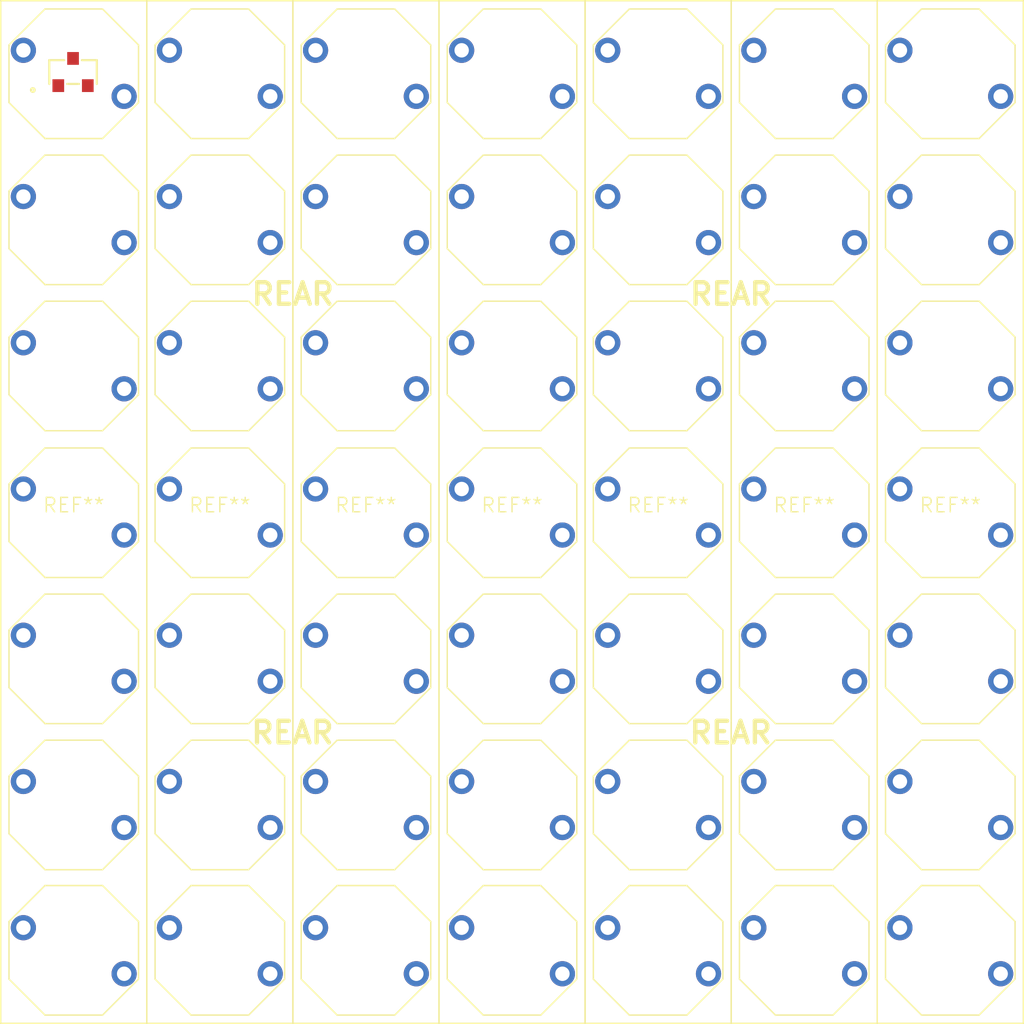
<source format=kicad_pcb>
(kicad_pcb (version 20240108) (generator "pcbnew") (generator_version "8.0")
  (layers (0 "F.Cu" signal) (31 "B.Cu" signal) (34 "B.Paste" user) (35 "F.Paste" user) (36 "B.SilkS" user "B.Silkscreen") (37 "F.SilkS" user "F.Silkscreen") (38 "B.Mask" user) (39 "F.Mask" user) (44 "Edge.Cuts" user))
  (net 0 "")
  (footprint "FDA:1x7 flipdots REAR" (layer "F.Cu") (at 125.175 92.42)
    (property "Reference" "REF**" (at 0 -0.5 0) (layer "F.SilkS") (effects (font (thickness 0.1))))
    (property "Value" "1x7 array")
    (fp_line (start -4.5 -32.475) (end -2 -34.975) (stroke (width 0.1)) (layer "F.SilkS"))
    (fp_line (start -4.5 -28.475) (end -4.5 -32.475) (stroke (width 0.1)) (layer "F.SilkS"))
    (fp_line (start -4.5 -22.325) (end -2 -24.825) (stroke (width 0.1)) (layer "F.SilkS"))
    (fp_line (start -4.5 -18.325) (end -4.5 -22.325) (stroke (width 0.1)) (layer "F.SilkS"))
    (fp_line (start -4.5 -12.175) (end -2 -14.675) (stroke (width 0.1)) (layer "F.SilkS"))
    (fp_line (start -4.5 -8.175) (end -4.5 -12.175) (stroke (width 0.1)) (layer "F.SilkS"))
    (fp_line (start -4.5 -1.975) (end -2 -4.475) (stroke (width 0.1)) (layer "F.SilkS"))
    (fp_line (start -4.5 2.025) (end -4.5 -1.975) (stroke (width 0.1)) (layer "F.SilkS"))
    (fp_line (start -4.5 8.175) (end -2 5.675) (stroke (width 0.1)) (layer "F.SilkS"))
    (fp_line (start -4.5 12.175) (end -4.5 8.175) (stroke (width 0.1)) (layer "F.SilkS"))
    (fp_line (start -4.5 18.325) (end -2 15.825) (stroke (width 0.1)) (layer "F.SilkS"))
    (fp_line (start -4.5 22.325) (end -4.5 18.325) (stroke (width 0.1)) (layer "F.SilkS"))
    (fp_line (start -4.5 28.425) (end -2 25.925) (stroke (width 0.1)) (layer "F.SilkS"))
    (fp_line (start -4.5 32.425) (end -4.5 28.425) (stroke (width 0.1)) (layer "F.SilkS"))
    (fp_line (start -2 -34.975) (end 2 -34.975) (stroke (width 0.1)) (layer "F.SilkS"))
    (fp_line (start -2 -25.975) (end -4.5 -28.475) (stroke (width 0.1)) (layer "F.SilkS"))
    (fp_line (start -2 -24.825) (end 2 -24.825) (stroke (width 0.1)) (layer "F.SilkS"))
    (fp_line (start -2 -15.825) (end -4.5 -18.325) (stroke (width 0.1)) (layer "F.SilkS"))
    (fp_line (start -2 -14.675) (end 2 -14.675) (stroke (width 0.1)) (layer "F.SilkS"))
    (fp_line (start -2 -5.675) (end -4.5 -8.175) (stroke (width 0.1)) (layer "F.SilkS"))
    (fp_line (start -2 -4.475) (end 2 -4.475) (stroke (width 0.1)) (layer "F.SilkS"))
    (fp_line (start -2 4.525) (end -4.5 2.025) (stroke (width 0.1)) (layer "F.SilkS"))
    (fp_line (start -2 5.675) (end 2 5.675) (stroke (width 0.1)) (layer "F.SilkS"))
    (fp_line (start -2 14.675) (end -4.5 12.175) (stroke (width 0.1)) (layer "F.SilkS"))
    (fp_line (start -2 15.825) (end 2 15.825) (stroke (width 0.1)) (layer "F.SilkS"))
    (fp_line (start -2 24.825) (end -4.5 22.325) (stroke (width 0.1)) (layer "F.SilkS"))
    (fp_line (start -2 25.925) (end 2 25.925) (stroke (width 0.1)) (layer "F.SilkS"))
    (fp_line (start -2 34.925) (end -4.5 32.425) (stroke (width 0.1)) (layer "F.SilkS"))
    (fp_line (start 2 -34.975) (end 4.5 -32.475) (stroke (width 0.1)) (layer "F.SilkS"))
    (fp_line (start 2 -25.975) (end -2 -25.975) (stroke (width 0.1)) (layer "F.SilkS"))
    (fp_line (start 2 -24.825) (end 4.5 -22.325) (stroke (width 0.1)) (layer "F.SilkS"))
    (fp_line (start 2 -15.825) (end -2 -15.825) (stroke (width 0.1)) (layer "F.SilkS"))
    (fp_line (start 2 -14.675) (end 4.5 -12.175) (stroke (width 0.1)) (layer "F.SilkS"))
    (fp_line (start 2 -5.675) (end -2 -5.675) (stroke (width 0.1)) (layer "F.SilkS"))
    (fp_line (start 2 -4.475) (end 4.5 -1.975) (stroke (width 0.1)) (layer "F.SilkS"))
    (fp_line (start 2 4.525) (end -2 4.525) (stroke (width 0.1)) (layer "F.SilkS"))
    (fp_line (start 2 5.675) (end 4.5 8.175) (stroke (width 0.1)) (layer "F.SilkS"))
    (fp_line (start 2 14.675) (end -2 14.675) (stroke (width 0.1)) (layer "F.SilkS"))
    (fp_line (start 2 15.825) (end 4.5 18.325) (stroke (width 0.1)) (layer "F.SilkS"))
    (fp_line (start 2 24.825) (end -2 24.825) (stroke (width 0.1)) (layer "F.SilkS"))
    (fp_line (start 2 25.925) (end 4.5 28.425) (stroke (width 0.1)) (layer "F.SilkS"))
    (fp_line (start 2 34.925) (end -2 34.925) (stroke (width 0.1)) (layer "F.SilkS"))
    (fp_line (start 4.5 -32.475) (end 4.5 -28.475) (stroke (width 0.1)) (layer "F.SilkS"))
    (fp_line (start 4.5 -28.475) (end 2 -25.975) (stroke (width 0.1)) (layer "F.SilkS"))
    (fp_line (start 4.5 -22.325) (end 4.5 -18.325) (stroke (width 0.1)) (layer "F.SilkS"))
    (fp_line (start 4.5 -18.325) (end 2 -15.825) (stroke (width 0.1)) (layer "F.SilkS"))
    (fp_line (start 4.5 -12.175) (end 4.5 -8.175) (stroke (width 0.1)) (layer "F.SilkS"))
    (fp_line (start 4.5 -8.175) (end 2 -5.675) (stroke (width 0.1)) (layer "F.SilkS"))
    (fp_line (start 4.5 -1.975) (end 4.5 2.025) (stroke (width 0.1)) (layer "F.SilkS"))
    (fp_line (start 4.5 2.025) (end 2 4.525) (stroke (width 0.1)) (layer "F.SilkS"))
    (fp_line (start 4.5 8.175) (end 4.5 12.175) (stroke (width 0.1)) (layer "F.SilkS"))
    (fp_line (start 4.5 12.175) (end 2 14.675) (stroke (width 0.1)) (layer "F.SilkS"))
    (fp_line (start 4.5 18.325) (end 4.5 22.325) (stroke (width 0.1)) (layer "F.SilkS"))
    (fp_line (start 4.5 22.325) (end 2 24.825) (stroke (width 0.1)) (layer "F.SilkS"))
    (fp_line (start 4.5 28.425) (end 4.5 32.425) (stroke (width 0.1)) (layer "F.SilkS"))
    (fp_line (start 4.5 32.425) (end 2 34.925) (stroke (width 0.1)) (layer "F.SilkS"))
    (fp_rect (start 5.075 -35.55) (end -5.075 35.5) (stroke (width 0.1)) (fill none) (layer "F.SilkS"))
    (pad "1-UA" thru_hole circle (at -3.5 -32.105 90) (size 1.75 1.75) (drill 1) (layers "*.Cu" "*.Mask"))
    (pad "1-UB" thru_hole circle (at -3.5 -21.945 90) (size 1.75 1.75) (drill 1) (layers "*.Cu" "*.Mask"))
    (pad "1-UC" thru_hole circle (at -3.5 -11.785 90) (size 1.75 1.75) (drill 1) (layers "*.Cu" "*.Mask"))
    (pad "1-UD" thru_hole circle (at -3.5 -1.625 90) (size 1.75 1.75) (drill 1) (layers "*.Cu" "*.Mask"))
    (pad "1-UE" thru_hole circle (at -3.5 8.535 90) (size 1.75 1.75) (drill 1) (layers "*.Cu" "*.Mask"))
    (pad "1-UF" thru_hole circle (at -3.5 18.695 90) (size 1.75 1.75) (drill 1) (layers "*.Cu" "*.Mask"))
    (pad "1-UG" thru_hole circle (at -3.5 28.855 90) (size 1.75 1.75) (drill 1) (layers "*.Cu" "*.Mask"))
    (pad "2-UA" thru_hole circle (at 3.5 -28.905 90) (size 1.75 1.75) (drill 1) (layers "*.Cu" "*.Mask"))
    (pad "2-UB" thru_hole circle (at 3.5 -18.745 90) (size 1.75 1.75) (drill 1) (layers "*.Cu" "*.Mask"))
    (pad "2-UC" thru_hole circle (at 3.5 -8.585 90) (size 1.75 1.75) (drill 1) (layers "*.Cu" "*.Mask"))
    (pad "2-UD" thru_hole circle (at 3.5 1.575 90) (size 1.75 1.75) (drill 1) (layers "*.Cu" "*.Mask"))
    (pad "2-UE" thru_hole circle (at 3.5 11.735 90) (size 1.75 1.75) (drill 1) (layers "*.Cu" "*.Mask"))
    (pad "2-UF" thru_hole circle (at 3.5 21.895 90) (size 1.75 1.75) (drill 1) (layers "*.Cu" "*.Mask"))
    (pad "2-UG" thru_hole circle (at 3.5 32.055 90) (size 1.75 1.75) (drill 1) (layers "*.Cu" "*.Mask"))
  )
  (footprint "FDA:1x7 flipdots REAR" (layer "F.Cu") (at 94.725 92.42)
    (property "Reference" "REF**" (at 0 -0.5 0) (layer "F.SilkS") (effects (font (thickness 0.1))))
    (property "Value" "1x7 array")
    (fp_line (start -4.5 -32.475) (end -2 -34.975) (stroke (width 0.1)) (layer "F.SilkS"))
    (fp_line (start -4.5 -28.475) (end -4.5 -32.475) (stroke (width 0.1)) (layer "F.SilkS"))
    (fp_line (start -4.5 -22.325) (end -2 -24.825) (stroke (width 0.1)) (layer "F.SilkS"))
    (fp_line (start -4.5 -18.325) (end -4.5 -22.325) (stroke (width 0.1)) (layer "F.SilkS"))
    (fp_line (start -4.5 -12.175) (end -2 -14.675) (stroke (width 0.1)) (layer "F.SilkS"))
    (fp_line (start -4.5 -8.175) (end -4.5 -12.175) (stroke (width 0.1)) (layer "F.SilkS"))
    (fp_line (start -4.5 -1.975) (end -2 -4.475) (stroke (width 0.1)) (layer "F.SilkS"))
    (fp_line (start -4.5 2.025) (end -4.5 -1.975) (stroke (width 0.1)) (layer "F.SilkS"))
    (fp_line (start -4.5 8.175) (end -2 5.675) (stroke (width 0.1)) (layer "F.SilkS"))
    (fp_line (start -4.5 12.175) (end -4.5 8.175) (stroke (width 0.1)) (layer "F.SilkS"))
    (fp_line (start -4.5 18.325) (end -2 15.825) (stroke (width 0.1)) (layer "F.SilkS"))
    (fp_line (start -4.5 22.325) (end -4.5 18.325) (stroke (width 0.1)) (layer "F.SilkS"))
    (fp_line (start -4.5 28.425) (end -2 25.925) (stroke (width 0.1)) (layer "F.SilkS"))
    (fp_line (start -4.5 32.425) (end -4.5 28.425) (stroke (width 0.1)) (layer "F.SilkS"))
    (fp_line (start -2 -34.975) (end 2 -34.975) (stroke (width 0.1)) (layer "F.SilkS"))
    (fp_line (start -2 -25.975) (end -4.5 -28.475) (stroke (width 0.1)) (layer "F.SilkS"))
    (fp_line (start -2 -24.825) (end 2 -24.825) (stroke (width 0.1)) (layer "F.SilkS"))
    (fp_line (start -2 -15.825) (end -4.5 -18.325) (stroke (width 0.1)) (layer "F.SilkS"))
    (fp_line (start -2 -14.675) (end 2 -14.675) (stroke (width 0.1)) (layer "F.SilkS"))
    (fp_line (start -2 -5.675) (end -4.5 -8.175) (stroke (width 0.1)) (layer "F.SilkS"))
    (fp_line (start -2 -4.475) (end 2 -4.475) (stroke (width 0.1)) (layer "F.SilkS"))
    (fp_line (start -2 4.525) (end -4.5 2.025) (stroke (width 0.1)) (layer "F.SilkS"))
    (fp_line (start -2 5.675) (end 2 5.675) (stroke (width 0.1)) (layer "F.SilkS"))
    (fp_line (start -2 14.675) (end -4.5 12.175) (stroke (width 0.1)) (layer "F.SilkS"))
    (fp_line (start -2 15.825) (end 2 15.825) (stroke (width 0.1)) (layer "F.SilkS"))
    (fp_line (start -2 24.825) (end -4.5 22.325) (stroke (width 0.1)) (layer "F.SilkS"))
    (fp_line (start -2 25.925) (end 2 25.925) (stroke (width 0.1)) (layer "F.SilkS"))
    (fp_line (start -2 34.925) (end -4.5 32.425) (stroke (width 0.1)) (layer "F.SilkS"))
    (fp_line (start 2 -34.975) (end 4.5 -32.475) (stroke (width 0.1)) (layer "F.SilkS"))
    (fp_line (start 2 -25.975) (end -2 -25.975) (stroke (width 0.1)) (layer "F.SilkS"))
    (fp_line (start 2 -24.825) (end 4.5 -22.325) (stroke (width 0.1)) (layer "F.SilkS"))
    (fp_line (start 2 -15.825) (end -2 -15.825) (stroke (width 0.1)) (layer "F.SilkS"))
    (fp_line (start 2 -14.675) (end 4.5 -12.175) (stroke (width 0.1)) (layer "F.SilkS"))
    (fp_line (start 2 -5.675) (end -2 -5.675) (stroke (width 0.1)) (layer "F.SilkS"))
    (fp_line (start 2 -4.475) (end 4.5 -1.975) (stroke (width 0.1)) (layer "F.SilkS"))
    (fp_line (start 2 4.525) (end -2 4.525) (stroke (width 0.1)) (layer "F.SilkS"))
    (fp_line (start 2 5.675) (end 4.5 8.175) (stroke (width 0.1)) (layer "F.SilkS"))
    (fp_line (start 2 14.675) (end -2 14.675) (stroke (width 0.1)) (layer "F.SilkS"))
    (fp_line (start 2 15.825) (end 4.5 18.325) (stroke (width 0.1)) (layer "F.SilkS"))
    (fp_line (start 2 24.825) (end -2 24.825) (stroke (width 0.1)) (layer "F.SilkS"))
    (fp_line (start 2 25.925) (end 4.5 28.425) (stroke (width 0.1)) (layer "F.SilkS"))
    (fp_line (start 2 34.925) (end -2 34.925) (stroke (width 0.1)) (layer "F.SilkS"))
    (fp_line (start 4.5 -32.475) (end 4.5 -28.475) (stroke (width 0.1)) (layer "F.SilkS"))
    (fp_line (start 4.5 -28.475) (end 2 -25.975) (stroke (width 0.1)) (layer "F.SilkS"))
    (fp_line (start 4.5 -22.325) (end 4.5 -18.325) (stroke (width 0.1)) (layer "F.SilkS"))
    (fp_line (start 4.5 -18.325) (end 2 -15.825) (stroke (width 0.1)) (layer "F.SilkS"))
    (fp_line (start 4.5 -12.175) (end 4.5 -8.175) (stroke (width 0.1)) (layer "F.SilkS"))
    (fp_line (start 4.5 -8.175) (end 2 -5.675) (stroke (width 0.1)) (layer "F.SilkS"))
    (fp_line (start 4.5 -1.975) (end 4.5 2.025) (stroke (width 0.1)) (layer "F.SilkS"))
    (fp_line (start 4.5 2.025) (end 2 4.525) (stroke (width 0.1)) (layer "F.SilkS"))
    (fp_line (start 4.5 8.175) (end 4.5 12.175) (stroke (width 0.1)) (layer "F.SilkS"))
    (fp_line (start 4.5 12.175) (end 2 14.675) (stroke (width 0.1)) (layer "F.SilkS"))
    (fp_line (start 4.5 18.325) (end 4.5 22.325) (stroke (width 0.1)) (layer "F.SilkS"))
    (fp_line (start 4.5 22.325) (end 2 24.825) (stroke (width 0.1)) (layer "F.SilkS"))
    (fp_line (start 4.5 28.425) (end 4.5 32.425) (stroke (width 0.1)) (layer "F.SilkS"))
    (fp_line (start 4.5 32.425) (end 2 34.925) (stroke (width 0.1)) (layer "F.SilkS"))
    (fp_rect (start 5.075 -35.55) (end -5.075 35.5) (stroke (width 0.1)) (fill none) (layer "F.SilkS"))
    (pad "1-UA" thru_hole circle (at -3.5 -32.105 90) (size 1.75 1.75) (drill 1) (layers "*.Cu" "*.Mask"))
    (pad "1-UB" thru_hole circle (at -3.5 -21.945 90) (size 1.75 1.75) (drill 1) (layers "*.Cu" "*.Mask"))
    (pad "1-UC" thru_hole circle (at -3.5 -11.785 90) (size 1.75 1.75) (drill 1) (layers "*.Cu" "*.Mask"))
    (pad "1-UD" thru_hole circle (at -3.5 -1.625 90) (size 1.75 1.75) (drill 1) (layers "*.Cu" "*.Mask"))
    (pad "1-UE" thru_hole circle (at -3.5 8.535 90) (size 1.75 1.75) (drill 1) (layers "*.Cu" "*.Mask"))
    (pad "1-UF" thru_hole circle (at -3.5 18.695 90) (size 1.75 1.75) (drill 1) (layers "*.Cu" "*.Mask"))
    (pad "1-UG" thru_hole circle (at -3.5 28.855 90) (size 1.75 1.75) (drill 1) (layers "*.Cu" "*.Mask"))
    (pad "2-UA" thru_hole circle (at 3.5 -28.905 90) (size 1.75 1.75) (drill 1) (layers "*.Cu" "*.Mask"))
    (pad "2-UB" thru_hole circle (at 3.5 -18.745 90) (size 1.75 1.75) (drill 1) (layers "*.Cu" "*.Mask"))
    (pad "2-UC" thru_hole circle (at 3.5 -8.585 90) (size 1.75 1.75) (drill 1) (layers "*.Cu" "*.Mask"))
    (pad "2-UD" thru_hole circle (at 3.5 1.575 90) (size 1.75 1.75) (drill 1) (layers "*.Cu" "*.Mask"))
    (pad "2-UE" thru_hole circle (at 3.5 11.735 90) (size 1.75 1.75) (drill 1) (layers "*.Cu" "*.Mask"))
    (pad "2-UF" thru_hole circle (at 3.5 21.895 90) (size 1.75 1.75) (drill 1) (layers "*.Cu" "*.Mask"))
    (pad "2-UG" thru_hole circle (at 3.5 32.055 90) (size 1.75 1.75) (drill 1) (layers "*.Cu" "*.Mask"))
  )
  (footprint "FDA:1x7 flipdots REAR" (layer "F.Cu") (at 104.875 92.42)
    (property "Reference" "REF**" (at 0 -0.5 0) (layer "F.SilkS") (effects (font (thickness 0.1))))
    (property "Value" "1x7 array")
    (fp_line (start -4.5 -32.475) (end -2 -34.975) (stroke (width 0.1)) (layer "F.SilkS"))
    (fp_line (start -4.5 -28.475) (end -4.5 -32.475) (stroke (width 0.1)) (layer "F.SilkS"))
    (fp_line (start -4.5 -22.325) (end -2 -24.825) (stroke (width 0.1)) (layer "F.SilkS"))
    (fp_line (start -4.5 -18.325) (end -4.5 -22.325) (stroke (width 0.1)) (layer "F.SilkS"))
    (fp_line (start -4.5 -12.175) (end -2 -14.675) (stroke (width 0.1)) (layer "F.SilkS"))
    (fp_line (start -4.5 -8.175) (end -4.5 -12.175) (stroke (width 0.1)) (layer "F.SilkS"))
    (fp_line (start -4.5 -1.975) (end -2 -4.475) (stroke (width 0.1)) (layer "F.SilkS"))
    (fp_line (start -4.5 2.025) (end -4.5 -1.975) (stroke (width 0.1)) (layer "F.SilkS"))
    (fp_line (start -4.5 8.175) (end -2 5.675) (stroke (width 0.1)) (layer "F.SilkS"))
    (fp_line (start -4.5 12.175) (end -4.5 8.175) (stroke (width 0.1)) (layer "F.SilkS"))
    (fp_line (start -4.5 18.325) (end -2 15.825) (stroke (width 0.1)) (layer "F.SilkS"))
    (fp_line (start -4.5 22.325) (end -4.5 18.325) (stroke (width 0.1)) (layer "F.SilkS"))
    (fp_line (start -4.5 28.425) (end -2 25.925) (stroke (width 0.1)) (layer "F.SilkS"))
    (fp_line (start -4.5 32.425) (end -4.5 28.425) (stroke (width 0.1)) (layer "F.SilkS"))
    (fp_line (start -2 -34.975) (end 2 -34.975) (stroke (width 0.1)) (layer "F.SilkS"))
    (fp_line (start -2 -25.975) (end -4.5 -28.475) (stroke (width 0.1)) (layer "F.SilkS"))
    (fp_line (start -2 -24.825) (end 2 -24.825) (stroke (width 0.1)) (layer "F.SilkS"))
    (fp_line (start -2 -15.825) (end -4.5 -18.325) (stroke (width 0.1)) (layer "F.SilkS"))
    (fp_line (start -2 -14.675) (end 2 -14.675) (stroke (width 0.1)) (layer "F.SilkS"))
    (fp_line (start -2 -5.675) (end -4.5 -8.175) (stroke (width 0.1)) (layer "F.SilkS"))
    (fp_line (start -2 -4.475) (end 2 -4.475) (stroke (width 0.1)) (layer "F.SilkS"))
    (fp_line (start -2 4.525) (end -4.5 2.025) (stroke (width 0.1)) (layer "F.SilkS"))
    (fp_line (start -2 5.675) (end 2 5.675) (stroke (width 0.1)) (layer "F.SilkS"))
    (fp_line (start -2 14.675) (end -4.5 12.175) (stroke (width 0.1)) (layer "F.SilkS"))
    (fp_line (start -2 15.825) (end 2 15.825) (stroke (width 0.1)) (layer "F.SilkS"))
    (fp_line (start -2 24.825) (end -4.5 22.325) (stroke (width 0.1)) (layer "F.SilkS"))
    (fp_line (start -2 25.925) (end 2 25.925) (stroke (width 0.1)) (layer "F.SilkS"))
    (fp_line (start -2 34.925) (end -4.5 32.425) (stroke (width 0.1)) (layer "F.SilkS"))
    (fp_line (start 2 -34.975) (end 4.5 -32.475) (stroke (width 0.1)) (layer "F.SilkS"))
    (fp_line (start 2 -25.975) (end -2 -25.975) (stroke (width 0.1)) (layer "F.SilkS"))
    (fp_line (start 2 -24.825) (end 4.5 -22.325) (stroke (width 0.1)) (layer "F.SilkS"))
    (fp_line (start 2 -15.825) (end -2 -15.825) (stroke (width 0.1)) (layer "F.SilkS"))
    (fp_line (start 2 -14.675) (end 4.5 -12.175) (stroke (width 0.1)) (layer "F.SilkS"))
    (fp_line (start 2 -5.675) (end -2 -5.675) (stroke (width 0.1)) (layer "F.SilkS"))
    (fp_line (start 2 -4.475) (end 4.5 -1.975) (stroke (width 0.1)) (layer "F.SilkS"))
    (fp_line (start 2 4.525) (end -2 4.525) (stroke (width 0.1)) (layer "F.SilkS"))
    (fp_line (start 2 5.675) (end 4.5 8.175) (stroke (width 0.1)) (layer "F.SilkS"))
    (fp_line (start 2 14.675) (end -2 14.675) (stroke (width 0.1)) (layer "F.SilkS"))
    (fp_line (start 2 15.825) (end 4.5 18.325) (stroke (width 0.1)) (layer "F.SilkS"))
    (fp_line (start 2 24.825) (end -2 24.825) (stroke (width 0.1)) (layer "F.SilkS"))
    (fp_line (start 2 25.925) (end 4.5 28.425) (stroke (width 0.1)) (layer "F.SilkS"))
    (fp_line (start 2 34.925) (end -2 34.925) (stroke (width 0.1)) (layer "F.SilkS"))
    (fp_line (start 4.5 -32.475) (end 4.5 -28.475) (stroke (width 0.1)) (layer "F.SilkS"))
    (fp_line (start 4.5 -28.475) (end 2 -25.975) (stroke (width 0.1)) (layer "F.SilkS"))
    (fp_line (start 4.5 -22.325) (end 4.5 -18.325) (stroke (width 0.1)) (layer "F.SilkS"))
    (fp_line (start 4.5 -18.325) (end 2 -15.825) (stroke (width 0.1)) (layer "F.SilkS"))
    (fp_line (start 4.5 -12.175) (end 4.5 -8.175) (stroke (width 0.1)) (layer "F.SilkS"))
    (fp_line (start 4.5 -8.175) (end 2 -5.675) (stroke (width 0.1)) (layer "F.SilkS"))
    (fp_line (start 4.5 -1.975) (end 4.5 2.025) (stroke (width 0.1)) (layer "F.SilkS"))
    (fp_line (start 4.5 2.025) (end 2 4.525) (stroke (width 0.1)) (layer "F.SilkS"))
    (fp_line (start 4.5 8.175) (end 4.5 12.175) (stroke (width 0.1)) (layer "F.SilkS"))
    (fp_line (start 4.5 12.175) (end 2 14.675) (stroke (width 0.1)) (layer "F.SilkS"))
    (fp_line (start 4.5 18.325) (end 4.5 22.325) (stroke (width 0.1)) (layer "F.SilkS"))
    (fp_line (start 4.5 22.325) (end 2 24.825) (stroke (width 0.1)) (layer "F.SilkS"))
    (fp_line (start 4.5 28.425) (end 4.5 32.425) (stroke (width 0.1)) (layer "F.SilkS"))
    (fp_line (start 4.5 32.425) (end 2 34.925) (stroke (width 0.1)) (layer "F.SilkS"))
    (fp_rect (start 5.075 -35.55) (end -5.075 35.5) (stroke (width 0.1)) (fill none) (layer "F.SilkS"))
    (pad "1-UA" thru_hole circle (at -3.5 -32.105 90) (size 1.75 1.75) (drill 1) (layers "*.Cu" "*.Mask"))
    (pad "1-UB" thru_hole circle (at -3.5 -21.945 90) (size 1.75 1.75) (drill 1) (layers "*.Cu" "*.Mask"))
    (pad "1-UC" thru_hole circle (at -3.5 -11.785 90) (size 1.75 1.75) (drill 1) (layers "*.Cu" "*.Mask"))
    (pad "1-UD" thru_hole circle (at -3.5 -1.625 90) (size 1.75 1.75) (drill 1) (layers "*.Cu" "*.Mask"))
    (pad "1-UE" thru_hole circle (at -3.5 8.535 90) (size 1.75 1.75) (drill 1) (layers "*.Cu" "*.Mask"))
    (pad "1-UF" thru_hole circle (at -3.5 18.695 90) (size 1.75 1.75) (drill 1) (layers "*.Cu" "*.Mask"))
    (pad "1-UG" thru_hole circle (at -3.5 28.855 90) (size 1.75 1.75) (drill 1) (layers "*.Cu" "*.Mask"))
    (pad "2-UA" thru_hole circle (at 3.5 -28.905 90) (size 1.75 1.75) (drill 1) (layers "*.Cu" "*.Mask"))
    (pad "2-UB" thru_hole circle (at 3.5 -18.745 90) (size 1.75 1.75) (drill 1) (layers "*.Cu" "*.Mask"))
    (pad "2-UC" thru_hole circle (at 3.5 -8.585 90) (size 1.75 1.75) (drill 1) (layers "*.Cu" "*.Mask"))
    (pad "2-UD" thru_hole circle (at 3.5 1.575 90) (size 1.75 1.75) (drill 1) (layers "*.Cu" "*.Mask"))
    (pad "2-UE" thru_hole circle (at 3.5 11.735 90) (size 1.75 1.75) (drill 1) (layers "*.Cu" "*.Mask"))
    (pad "2-UF" thru_hole circle (at 3.5 21.895 90) (size 1.75 1.75) (drill 1) (layers "*.Cu" "*.Mask"))
    (pad "2-UG" thru_hole circle (at 3.5 32.055 90) (size 1.75 1.75) (drill 1) (layers "*.Cu" "*.Mask"))
  )
  (footprint "FDA:1x7 flipdots REAR" (layer "F.Cu") (at 155.625 92.42)
    (property "Reference" "REF**" (at 0 -0.5 0) (layer "F.SilkS") (effects (font (thickness 0.1))))
    (property "Value" "1x7 array")
    (fp_line (start -4.5 -32.475) (end -2 -34.975) (stroke (width 0.1)) (layer "F.SilkS"))
    (fp_line (start -4.5 -28.475) (end -4.5 -32.475) (stroke (width 0.1)) (layer "F.SilkS"))
    (fp_line (start -4.5 -22.325) (end -2 -24.825) (stroke (width 0.1)) (layer "F.SilkS"))
    (fp_line (start -4.5 -18.325) (end -4.5 -22.325) (stroke (width 0.1)) (layer "F.SilkS"))
    (fp_line (start -4.5 -12.175) (end -2 -14.675) (stroke (width 0.1)) (layer "F.SilkS"))
    (fp_line (start -4.5 -8.175) (end -4.5 -12.175) (stroke (width 0.1)) (layer "F.SilkS"))
    (fp_line (start -4.5 -1.975) (end -2 -4.475) (stroke (width 0.1)) (layer "F.SilkS"))
    (fp_line (start -4.5 2.025) (end -4.5 -1.975) (stroke (width 0.1)) (layer "F.SilkS"))
    (fp_line (start -4.5 8.175) (end -2 5.675) (stroke (width 0.1)) (layer "F.SilkS"))
    (fp_line (start -4.5 12.175) (end -4.5 8.175) (stroke (width 0.1)) (layer "F.SilkS"))
    (fp_line (start -4.5 18.325) (end -2 15.825) (stroke (width 0.1)) (layer "F.SilkS"))
    (fp_line (start -4.5 22.325) (end -4.5 18.325) (stroke (width 0.1)) (layer "F.SilkS"))
    (fp_line (start -4.5 28.425) (end -2 25.925) (stroke (width 0.1)) (layer "F.SilkS"))
    (fp_line (start -4.5 32.425) (end -4.5 28.425) (stroke (width 0.1)) (layer "F.SilkS"))
    (fp_line (start -2 -34.975) (end 2 -34.975) (stroke (width 0.1)) (layer "F.SilkS"))
    (fp_line (start -2 -25.975) (end -4.5 -28.475) (stroke (width 0.1)) (layer "F.SilkS"))
    (fp_line (start -2 -24.825) (end 2 -24.825) (stroke (width 0.1)) (layer "F.SilkS"))
    (fp_line (start -2 -15.825) (end -4.5 -18.325) (stroke (width 0.1)) (layer "F.SilkS"))
    (fp_line (start -2 -14.675) (end 2 -14.675) (stroke (width 0.1)) (layer "F.SilkS"))
    (fp_line (start -2 -5.675) (end -4.5 -8.175) (stroke (width 0.1)) (layer "F.SilkS"))
    (fp_line (start -2 -4.475) (end 2 -4.475) (stroke (width 0.1)) (layer "F.SilkS"))
    (fp_line (start -2 4.525) (end -4.5 2.025) (stroke (width 0.1)) (layer "F.SilkS"))
    (fp_line (start -2 5.675) (end 2 5.675) (stroke (width 0.1)) (layer "F.SilkS"))
    (fp_line (start -2 14.675) (end -4.5 12.175) (stroke (width 0.1)) (layer "F.SilkS"))
    (fp_line (start -2 15.825) (end 2 15.825) (stroke (width 0.1)) (layer "F.SilkS"))
    (fp_line (start -2 24.825) (end -4.5 22.325) (stroke (width 0.1)) (layer "F.SilkS"))
    (fp_line (start -2 25.925) (end 2 25.925) (stroke (width 0.1)) (layer "F.SilkS"))
    (fp_line (start -2 34.925) (end -4.5 32.425) (stroke (width 0.1)) (layer "F.SilkS"))
    (fp_line (start 2 -34.975) (end 4.5 -32.475) (stroke (width 0.1)) (layer "F.SilkS"))
    (fp_line (start 2 -25.975) (end -2 -25.975) (stroke (width 0.1)) (layer "F.SilkS"))
    (fp_line (start 2 -24.825) (end 4.5 -22.325) (stroke (width 0.1)) (layer "F.SilkS"))
    (fp_line (start 2 -15.825) (end -2 -15.825) (stroke (width 0.1)) (layer "F.SilkS"))
    (fp_line (start 2 -14.675) (end 4.5 -12.175) (stroke (width 0.1)) (layer "F.SilkS"))
    (fp_line (start 2 -5.675) (end -2 -5.675) (stroke (width 0.1)) (layer "F.SilkS"))
    (fp_line (start 2 -4.475) (end 4.5 -1.975) (stroke (width 0.1)) (layer "F.SilkS"))
    (fp_line (start 2 4.525) (end -2 4.525) (stroke (width 0.1)) (layer "F.SilkS"))
    (fp_line (start 2 5.675) (end 4.5 8.175) (stroke (width 0.1)) (layer "F.SilkS"))
    (fp_line (start 2 14.675) (end -2 14.675) (stroke (width 0.1)) (layer "F.SilkS"))
    (fp_line (start 2 15.825) (end 4.5 18.325) (stroke (width 0.1)) (layer "F.SilkS"))
    (fp_line (start 2 24.825) (end -2 24.825) (stroke (width 0.1)) (layer "F.SilkS"))
    (fp_line (start 2 25.925) (end 4.5 28.425) (stroke (width 0.1)) (layer "F.SilkS"))
    (fp_line (start 2 34.925) (end -2 34.925) (stroke (width 0.1)) (layer "F.SilkS"))
    (fp_line (start 4.5 -32.475) (end 4.5 -28.475) (stroke (width 0.1)) (layer "F.SilkS"))
    (fp_line (start 4.5 -28.475) (end 2 -25.975) (stroke (width 0.1)) (layer "F.SilkS"))
    (fp_line (start 4.5 -22.325) (end 4.5 -18.325) (stroke (width 0.1)) (layer "F.SilkS"))
    (fp_line (start 4.5 -18.325) (end 2 -15.825) (stroke (width 0.1)) (layer "F.SilkS"))
    (fp_line (start 4.5 -12.175) (end 4.5 -8.175) (stroke (width 0.1)) (layer "F.SilkS"))
    (fp_line (start 4.5 -8.175) (end 2 -5.675) (stroke (width 0.1)) (layer "F.SilkS"))
    (fp_line (start 4.5 -1.975) (end 4.5 2.025) (stroke (width 0.1)) (layer "F.SilkS"))
    (fp_line (start 4.5 2.025) (end 2 4.525) (stroke (width 0.1)) (layer "F.SilkS"))
    (fp_line (start 4.5 8.175) (end 4.5 12.175) (stroke (width 0.1)) (layer "F.SilkS"))
    (fp_line (start 4.5 12.175) (end 2 14.675) (stroke (width 0.1)) (layer "F.SilkS"))
    (fp_line (start 4.5 18.325) (end 4.5 22.325) (stroke (width 0.1)) (layer "F.SilkS"))
    (fp_line (start 4.5 22.325) (end 2 24.825) (stroke (width 0.1)) (layer "F.SilkS"))
    (fp_line (start 4.5 28.425) (end 4.5 32.425) (stroke (width 0.1)) (layer "F.SilkS"))
    (fp_line (start 4.5 32.425) (end 2 34.925) (stroke (width 0.1)) (layer "F.SilkS"))
    (fp_rect (start 5.075 -35.55) (end -5.075 35.5) (stroke (width 0.1)) (fill none) (layer "F.SilkS"))
    (pad "1-UA" thru_hole circle (at -3.5 -32.105 90) (size 1.75 1.75) (drill 1) (layers "*.Cu" "*.Mask"))
    (pad "1-UB" thru_hole circle (at -3.5 -21.945 90) (size 1.75 1.75) (drill 1) (layers "*.Cu" "*.Mask"))
    (pad "1-UC" thru_hole circle (at -3.5 -11.785 90) (size 1.75 1.75) (drill 1) (layers "*.Cu" "*.Mask"))
    (pad "1-UD" thru_hole circle (at -3.5 -1.625 90) (size 1.75 1.75) (drill 1) (layers "*.Cu" "*.Mask"))
    (pad "1-UE" thru_hole circle (at -3.5 8.535 90) (size 1.75 1.75) (drill 1) (layers "*.Cu" "*.Mask"))
    (pad "1-UF" thru_hole circle (at -3.5 18.695 90) (size 1.75 1.75) (drill 1) (layers "*.Cu" "*.Mask"))
    (pad "1-UG" thru_hole circle (at -3.5 28.855 90) (size 1.75 1.75) (drill 1) (layers "*.Cu" "*.Mask"))
    (pad "2-UA" thru_hole circle (at 3.5 -28.905 90) (size 1.75 1.75) (drill 1) (layers "*.Cu" "*.Mask"))
    (pad "2-UB" thru_hole circle (at 3.5 -18.745 90) (size 1.75 1.75) (drill 1) (layers "*.Cu" "*.Mask"))
    (pad "2-UC" thru_hole circle (at 3.5 -8.585 90) (size 1.75 1.75) (drill 1) (layers "*.Cu" "*.Mask"))
    (pad "2-UD" thru_hole circle (at 3.5 1.575 90) (size 1.75 1.75) (drill 1) (layers "*.Cu" "*.Mask"))
    (pad "2-UE" thru_hole circle (at 3.5 11.735 90) (size 1.75 1.75) (drill 1) (layers "*.Cu" "*.Mask"))
    (pad "2-UF" thru_hole circle (at 3.5 21.895 90) (size 1.75 1.75) (drill 1) (layers "*.Cu" "*.Mask"))
    (pad "2-UG" thru_hole circle (at 3.5 32.055 90) (size 1.75 1.75) (drill 1) (layers "*.Cu" "*.Mask"))
  )
  (footprint "FDA:1x7 flipdots REAR" (layer "F.Cu") (at 145.475 92.42)
    (property "Reference" "REF**" (at 0 -0.5 0) (layer "F.SilkS") (effects (font (thickness 0.1))))
    (property "Value" "1x7 array")
    (fp_line (start -4.5 -32.475) (end -2 -34.975) (stroke (width 0.1)) (layer "F.SilkS"))
    (fp_line (start -4.5 -28.475) (end -4.5 -32.475) (stroke (width 0.1)) (layer "F.SilkS"))
    (fp_line (start -4.5 -22.325) (end -2 -24.825) (stroke (width 0.1)) (layer "F.SilkS"))
    (fp_line (start -4.5 -18.325) (end -4.5 -22.325) (stroke (width 0.1)) (layer "F.SilkS"))
    (fp_line (start -4.5 -12.175) (end -2 -14.675) (stroke (width 0.1)) (layer "F.SilkS"))
    (fp_line (start -4.5 -8.175) (end -4.5 -12.175) (stroke (width 0.1)) (layer "F.SilkS"))
    (fp_line (start -4.5 -1.975) (end -2 -4.475) (stroke (width 0.1)) (layer "F.SilkS"))
    (fp_line (start -4.5 2.025) (end -4.5 -1.975) (stroke (width 0.1)) (layer "F.SilkS"))
    (fp_line (start -4.5 8.175) (end -2 5.675) (stroke (width 0.1)) (layer "F.SilkS"))
    (fp_line (start -4.5 12.175) (end -4.5 8.175) (stroke (width 0.1)) (layer "F.SilkS"))
    (fp_line (start -4.5 18.325) (end -2 15.825) (stroke (width 0.1)) (layer "F.SilkS"))
    (fp_line (start -4.5 22.325) (end -4.5 18.325) (stroke (width 0.1)) (layer "F.SilkS"))
    (fp_line (start -4.5 28.425) (end -2 25.925) (stroke (width 0.1)) (layer "F.SilkS"))
    (fp_line (start -4.5 32.425) (end -4.5 28.425) (stroke (width 0.1)) (layer "F.SilkS"))
    (fp_line (start -2 -34.975) (end 2 -34.975) (stroke (width 0.1)) (layer "F.SilkS"))
    (fp_line (start -2 -25.975) (end -4.5 -28.475) (stroke (width 0.1)) (layer "F.SilkS"))
    (fp_line (start -2 -24.825) (end 2 -24.825) (stroke (width 0.1)) (layer "F.SilkS"))
    (fp_line (start -2 -15.825) (end -4.5 -18.325) (stroke (width 0.1)) (layer "F.SilkS"))
    (fp_line (start -2 -14.675) (end 2 -14.675) (stroke (width 0.1)) (layer "F.SilkS"))
    (fp_line (start -2 -5.675) (end -4.5 -8.175) (stroke (width 0.1)) (layer "F.SilkS"))
    (fp_line (start -2 -4.475) (end 2 -4.475) (stroke (width 0.1)) (layer "F.SilkS"))
    (fp_line (start -2 4.525) (end -4.5 2.025) (stroke (width 0.1)) (layer "F.SilkS"))
    (fp_line (start -2 5.675) (end 2 5.675) (stroke (width 0.1)) (layer "F.SilkS"))
    (fp_line (start -2 14.675) (end -4.5 12.175) (stroke (width 0.1)) (layer "F.SilkS"))
    (fp_line (start -2 15.825) (end 2 15.825) (stroke (width 0.1)) (layer "F.SilkS"))
    (fp_line (start -2 24.825) (end -4.5 22.325) (stroke (width 0.1)) (layer "F.SilkS"))
    (fp_line (start -2 25.925) (end 2 25.925) (stroke (width 0.1)) (layer "F.SilkS"))
    (fp_line (start -2 34.925) (end -4.5 32.425) (stroke (width 0.1)) (layer "F.SilkS"))
    (fp_line (start 2 -34.975) (end 4.5 -32.475) (stroke (width 0.1)) (layer "F.SilkS"))
    (fp_line (start 2 -25.975) (end -2 -25.975) (stroke (width 0.1)) (layer "F.SilkS"))
    (fp_line (start 2 -24.825) (end 4.5 -22.325) (stroke (width 0.1)) (layer "F.SilkS"))
    (fp_line (start 2 -15.825) (end -2 -15.825) (stroke (width 0.1)) (layer "F.SilkS"))
    (fp_line (start 2 -14.675) (end 4.5 -12.175) (stroke (width 0.1)) (layer "F.SilkS"))
    (fp_line (start 2 -5.675) (end -2 -5.675) (stroke (width 0.1)) (layer "F.SilkS"))
    (fp_line (start 2 -4.475) (end 4.5 -1.975) (stroke (width 0.1)) (layer "F.SilkS"))
    (fp_line (start 2 4.525) (end -2 4.525) (stroke (width 0.1)) (layer "F.SilkS"))
    (fp_line (start 2 5.675) (end 4.5 8.175) (stroke (width 0.1)) (layer "F.SilkS"))
    (fp_line (start 2 14.675) (end -2 14.675) (stroke (width 0.1)) (layer "F.SilkS"))
    (fp_line (start 2 15.825) (end 4.5 18.325) (stroke (width 0.1)) (layer "F.SilkS"))
    (fp_line (start 2 24.825) (end -2 24.825) (stroke (width 0.1)) (layer "F.SilkS"))
    (fp_line (start 2 25.925) (end 4.5 28.425) (stroke (width 0.1)) (layer "F.SilkS"))
    (fp_line (start 2 34.925) (end -2 34.925) (stroke (width 0.1)) (layer "F.SilkS"))
    (fp_line (start 4.5 -32.475) (end 4.5 -28.475) (stroke (width 0.1)) (layer "F.SilkS"))
    (fp_line (start 4.5 -28.475) (end 2 -25.975) (stroke (width 0.1)) (layer "F.SilkS"))
    (fp_line (start 4.5 -22.325) (end 4.5 -18.325) (stroke (width 0.1)) (layer "F.SilkS"))
    (fp_line (start 4.5 -18.325) (end 2 -15.825) (stroke (width 0.1)) (layer "F.SilkS"))
    (fp_line (start 4.5 -12.175) (end 4.5 -8.175) (stroke (width 0.1)) (layer "F.SilkS"))
    (fp_line (start 4.5 -8.175) (end 2 -5.675) (stroke (width 0.1)) (layer "F.SilkS"))
    (fp_line (start 4.5 -1.975) (end 4.5 2.025) (stroke (width 0.1)) (layer "F.SilkS"))
    (fp_line (start 4.5 2.025) (end 2 4.525) (stroke (width 0.1)) (layer "F.SilkS"))
    (fp_line (start 4.5 8.175) (end 4.5 12.175) (stroke (width 0.1)) (layer "F.SilkS"))
    (fp_line (start 4.5 12.175) (end 2 14.675) (stroke (width 0.1)) (layer "F.SilkS"))
    (fp_line (start 4.5 18.325) (end 4.5 22.325) (stroke (width 0.1)) (layer "F.SilkS"))
    (fp_line (start 4.5 22.325) (end 2 24.825) (stroke (width 0.1)) (layer "F.SilkS"))
    (fp_line (start 4.5 28.425) (end 4.5 32.425) (stroke (width 0.1)) (layer "F.SilkS"))
    (fp_line (start 4.5 32.425) (end 2 34.925) (stroke (width 0.1)) (layer "F.SilkS"))
    (fp_rect (start 5.075 -35.55) (end -5.075 35.5) (stroke (width 0.1)) (fill none) (layer "F.SilkS"))
    (pad "1-UA" thru_hole circle (at -3.5 -32.105 90) (size 1.75 1.75) (drill 1) (layers "*.Cu" "*.Mask"))
    (pad "1-UB" thru_hole circle (at -3.5 -21.945 90) (size 1.75 1.75) (drill 1) (layers "*.Cu" "*.Mask"))
    (pad "1-UC" thru_hole circle (at -3.5 -11.785 90) (size 1.75 1.75) (drill 1) (layers "*.Cu" "*.Mask"))
    (pad "1-UD" thru_hole circle (at -3.5 -1.625 90) (size 1.75 1.75) (drill 1) (layers "*.Cu" "*.Mask"))
    (pad "1-UE" thru_hole circle (at -3.5 8.535 90) (size 1.75 1.75) (drill 1) (layers "*.Cu" "*.Mask"))
    (pad "1-UF" thru_hole circle (at -3.5 18.695 90) (size 1.75 1.75) (drill 1) (layers "*.Cu" "*.Mask"))
    (pad "1-UG" thru_hole circle (at -3.5 28.855 90) (size 1.75 1.75) (drill 1) (layers "*.Cu" "*.Mask"))
    (pad "2-UA" thru_hole circle (at 3.5 -28.905 90) (size 1.75 1.75) (drill 1) (layers "*.Cu" "*.Mask"))
    (pad "2-UB" thru_hole circle (at 3.5 -18.745 90) (size 1.75 1.75) (drill 1) (layers "*.Cu" "*.Mask"))
    (pad "2-UC" thru_hole circle (at 3.5 -8.585 90) (size 1.75 1.75) (drill 1) (layers "*.Cu" "*.Mask"))
    (pad "2-UD" thru_hole circle (at 3.5 1.575 90) (size 1.75 1.75) (drill 1) (layers "*.Cu" "*.Mask"))
    (pad "2-UE" thru_hole circle (at 3.5 11.735 90) (size 1.75 1.75) (drill 1) (layers "*.Cu" "*.Mask"))
    (pad "2-UF" thru_hole circle (at 3.5 21.895 90) (size 1.75 1.75) (drill 1) (layers "*.Cu" "*.Mask"))
    (pad "2-UG" thru_hole circle (at 3.5 32.055 90) (size 1.75 1.75) (drill 1) (layers "*.Cu" "*.Mask"))
  )
  (footprint "FDA:1x7 flipdots REAR" (layer "F.Cu") (at 135.325 92.42)
    (property "Reference" "REF**" (at 0 -0.5 0) (layer "F.SilkS") (effects (font (thickness 0.1))))
    (property "Value" "1x7 array")
    (fp_line (start -4.5 -32.475) (end -2 -34.975) (stroke (width 0.1)) (layer "F.SilkS"))
    (fp_line (start -4.5 -28.475) (end -4.5 -32.475) (stroke (width 0.1)) (layer "F.SilkS"))
    (fp_line (start -4.5 -22.325) (end -2 -24.825) (stroke (width 0.1)) (layer "F.SilkS"))
    (fp_line (start -4.5 -18.325) (end -4.5 -22.325) (stroke (width 0.1)) (layer "F.SilkS"))
    (fp_line (start -4.5 -12.175) (end -2 -14.675) (stroke (width 0.1)) (layer "F.SilkS"))
    (fp_line (start -4.5 -8.175) (end -4.5 -12.175) (stroke (width 0.1)) (layer "F.SilkS"))
    (fp_line (start -4.5 -1.975) (end -2 -4.475) (stroke (width 0.1)) (layer "F.SilkS"))
    (fp_line (start -4.5 2.025) (end -4.5 -1.975) (stroke (width 0.1)) (layer "F.SilkS"))
    (fp_line (start -4.5 8.175) (end -2 5.675) (stroke (width 0.1)) (layer "F.SilkS"))
    (fp_line (start -4.5 12.175) (end -4.5 8.175) (stroke (width 0.1)) (layer "F.SilkS"))
    (fp_line (start -4.5 18.325) (end -2 15.825) (stroke (width 0.1)) (layer "F.SilkS"))
    (fp_line (start -4.5 22.325) (end -4.5 18.325) (stroke (width 0.1)) (layer "F.SilkS"))
    (fp_line (start -4.5 28.425) (end -2 25.925) (stroke (width 0.1)) (layer "F.SilkS"))
    (fp_line (start -4.5 32.425) (end -4.5 28.425) (stroke (width 0.1)) (layer "F.SilkS"))
    (fp_line (start -2 -34.975) (end 2 -34.975) (stroke (width 0.1)) (layer "F.SilkS"))
    (fp_line (start -2 -25.975) (end -4.5 -28.475) (stroke (width 0.1)) (layer "F.SilkS"))
    (fp_line (start -2 -24.825) (end 2 -24.825) (stroke (width 0.1)) (layer "F.SilkS"))
    (fp_line (start -2 -15.825) (end -4.5 -18.325) (stroke (width 0.1)) (layer "F.SilkS"))
    (fp_line (start -2 -14.675) (end 2 -14.675) (stroke (width 0.1)) (layer "F.SilkS"))
    (fp_line (start -2 -5.675) (end -4.5 -8.175) (stroke (width 0.1)) (layer "F.SilkS"))
    (fp_line (start -2 -4.475) (end 2 -4.475) (stroke (width 0.1)) (layer "F.SilkS"))
    (fp_line (start -2 4.525) (end -4.5 2.025) (stroke (width 0.1)) (layer "F.SilkS"))
    (fp_line (start -2 5.675) (end 2 5.675) (stroke (width 0.1)) (layer "F.SilkS"))
    (fp_line (start -2 14.675) (end -4.5 12.175) (stroke (width 0.1)) (layer "F.SilkS"))
    (fp_line (start -2 15.825) (end 2 15.825) (stroke (width 0.1)) (layer "F.SilkS"))
    (fp_line (start -2 24.825) (end -4.5 22.325) (stroke (width 0.1)) (layer "F.SilkS"))
    (fp_line (start -2 25.925) (end 2 25.925) (stroke (width 0.1)) (layer "F.SilkS"))
    (fp_line (start -2 34.925) (end -4.5 32.425) (stroke (width 0.1)) (layer "F.SilkS"))
    (fp_line (start 2 -34.975) (end 4.5 -32.475) (stroke (width 0.1)) (layer "F.SilkS"))
    (fp_line (start 2 -25.975) (end -2 -25.975) (stroke (width 0.1)) (layer "F.SilkS"))
    (fp_line (start 2 -24.825) (end 4.5 -22.325) (stroke (width 0.1)) (layer "F.SilkS"))
    (fp_line (start 2 -15.825) (end -2 -15.825) (stroke (width 0.1)) (layer "F.SilkS"))
    (fp_line (start 2 -14.675) (end 4.5 -12.175) (stroke (width 0.1)) (layer "F.SilkS"))
    (fp_line (start 2 -5.675) (end -2 -5.675) (stroke (width 0.1)) (layer "F.SilkS"))
    (fp_line (start 2 -4.475) (end 4.5 -1.975) (stroke (width 0.1)) (layer "F.SilkS"))
    (fp_line (start 2 4.525) (end -2 4.525) (stroke (width 0.1)) (layer "F.SilkS"))
    (fp_line (start 2 5.675) (end 4.5 8.175) (stroke (width 0.1)) (layer "F.SilkS"))
    (fp_line (start 2 14.675) (end -2 14.675) (stroke (width 0.1)) (layer "F.SilkS"))
    (fp_line (start 2 15.825) (end 4.5 18.325) (stroke (width 0.1)) (layer "F.SilkS"))
    (fp_line (start 2 24.825) (end -2 24.825) (stroke (width 0.1)) (layer "F.SilkS"))
    (fp_line (start 2 25.925) (end 4.5 28.425) (stroke (width 0.1)) (layer "F.SilkS"))
    (fp_line (start 2 34.925) (end -2 34.925) (stroke (width 0.1)) (layer "F.SilkS"))
    (fp_line (start 4.5 -32.475) (end 4.5 -28.475) (stroke (width 0.1)) (layer "F.SilkS"))
    (fp_line (start 4.5 -28.475) (end 2 -25.975) (stroke (width 0.1)) (layer "F.SilkS"))
    (fp_line (start 4.5 -22.325) (end 4.5 -18.325) (stroke (width 0.1)) (layer "F.SilkS"))
    (fp_line (start 4.5 -18.325) (end 2 -15.825) (stroke (width 0.1)) (layer "F.SilkS"))
    (fp_line (start 4.5 -12.175) (end 4.5 -8.175) (stroke (width 0.1)) (layer "F.SilkS"))
    (fp_line (start 4.5 -8.175) (end 2 -5.675) (stroke (width 0.1)) (layer "F.SilkS"))
    (fp_line (start 4.5 -1.975) (end 4.5 2.025) (stroke (width 0.1)) (layer "F.SilkS"))
    (fp_line (start 4.5 2.025) (end 2 4.525) (stroke (width 0.1)) (layer "F.SilkS"))
    (fp_line (start 4.5 8.175) (end 4.5 12.175) (stroke (width 0.1)) (layer "F.SilkS"))
    (fp_line (start 4.5 12.175) (end 2 14.675) (stroke (width 0.1)) (layer "F.SilkS"))
    (fp_line (start 4.5 18.325) (end 4.5 22.325) (stroke (width 0.1)) (layer "F.SilkS"))
    (fp_line (start 4.5 22.325) (end 2 24.825) (stroke (width 0.1)) (layer "F.SilkS"))
    (fp_line (start 4.5 28.425) (end 4.5 32.425) (stroke (width 0.1)) (layer "F.SilkS"))
    (fp_line (start 4.5 32.425) (end 2 34.925) (stroke (width 0.1)) (layer "F.SilkS"))
    (fp_rect (start 5.075 -35.55) (end -5.075 35.5) (stroke (width 0.1)) (fill none) (layer "F.SilkS"))
    (pad "1-UA" thru_hole circle (at -3.5 -32.105 90) (size 1.75 1.75) (drill 1) (layers "*.Cu" "*.Mask"))
    (pad "1-UB" thru_hole circle (at -3.5 -21.945 90) (size 1.75 1.75) (drill 1) (layers "*.Cu" "*.Mask"))
    (pad "1-UC" thru_hole circle (at -3.5 -11.785 90) (size 1.75 1.75) (drill 1) (layers "*.Cu" "*.Mask"))
    (pad "1-UD" thru_hole circle (at -3.5 -1.625 90) (size 1.75 1.75) (drill 1) (layers "*.Cu" "*.Mask"))
    (pad "1-UE" thru_hole circle (at -3.5 8.535 90) (size 1.75 1.75) (drill 1) (layers "*.Cu" "*.Mask"))
    (pad "1-UF" thru_hole circle (at -3.5 18.695 90) (size 1.75 1.75) (drill 1) (layers "*.Cu" "*.Mask"))
    (pad "1-UG" thru_hole circle (at -3.5 28.855 90) (size 1.75 1.75) (drill 1) (layers "*.Cu" "*.Mask"))
    (pad "2-UA" thru_hole circle (at 3.5 -28.905 90) (size 1.75 1.75) (drill 1) (layers "*.Cu" "*.Mask"))
    (pad "2-UB" thru_hole circle (at 3.5 -18.745 90) (size 1.75 1.75) (drill 1) (layers "*.Cu" "*.Mask"))
    (pad "2-UC" thru_hole circle (at 3.5 -8.585 90) (size 1.75 1.75) (drill 1) (layers "*.Cu" "*.Mask"))
    (pad "2-UD" thru_hole circle (at 3.5 1.575 90) (size 1.75 1.75) (drill 1) (layers "*.Cu" "*.Mask"))
    (pad "2-UE" thru_hole circle (at 3.5 11.735 90) (size 1.75 1.75) (drill 1) (layers "*.Cu" "*.Mask"))
    (pad "2-UF" thru_hole circle (at 3.5 21.895 90) (size 1.75 1.75) (drill 1) (layers "*.Cu" "*.Mask"))
    (pad "2-UG" thru_hole circle (at 3.5 32.055 90) (size 1.75 1.75) (drill 1) (layers "*.Cu" "*.Mask"))
  )
  (footprint "FDA:SOT-23_DIO" (layer "F.Cu") (at 94.675 61.825)
    (property "Reference" "REF**" (hide yes))
    (property "Value" "SOT-23_DIO" (hide yes))
    (fp_line (start -1.652 -0.827) (end -1.652 0.827) (stroke (width 0.1524)) (layer "F.SilkS"))
    (fp_line (start -0.61314 -0.827) (end -1.652 -0.827) (stroke (width 0.1524)) (layer "F.SilkS"))
    (fp_line (start -0.411859 0.827) (end 0.411859 0.827) (stroke (width 0.1524)) (layer "F.SilkS"))
    (fp_line (start 1.652 -0.827) (end 0.61314 -0.827) (stroke (width 0.1524)) (layer "F.SilkS"))
    (fp_line (start 1.652 0.827) (end 1.652 -0.827) (stroke (width 0.1524)) (layer "F.SilkS"))
    (fp_circle (center -2.795 1.25) (end -2.668 1.25) (stroke (width 0.1524)) (fill none) (layer "F.SilkS"))
    (pad "1" smd rect (at -1.024999 0.944999) (size 0.8128 0.889) (layers "F.Cu" "F.Paste" "F.Mask"))
    (pad "2" smd rect (at 1.024999 0.944999) (size 0.8128 0.889) (layers "F.Cu" "F.Paste" "F.Mask"))
    (pad "3" smd rect (at 0 -0.945) (size 0.8128 0.889) (layers "F.Cu" "F.Paste" "F.Mask"))
  )
  (footprint "FDA:1x7 flipdots REAR" (layer "F.Cu") (at 115.025 92.42)
    (property "Reference" "REF**" (at 0 -0.5 0) (layer "F.SilkS") (effects (font (thickness 0.1))))
    (property "Value" "1x7 array")
    (fp_line (start -4.5 -32.475) (end -2 -34.975) (stroke (width 0.1)) (layer "F.SilkS"))
    (fp_line (start -4.5 -28.475) (end -4.5 -32.475) (stroke (width 0.1)) (layer "F.SilkS"))
    (fp_line (start -4.5 -22.325) (end -2 -24.825) (stroke (width 0.1)) (layer "F.SilkS"))
    (fp_line (start -4.5 -18.325) (end -4.5 -22.325) (stroke (width 0.1)) (layer "F.SilkS"))
    (fp_line (start -4.5 -12.175) (end -2 -14.675) (stroke (width 0.1)) (layer "F.SilkS"))
    (fp_line (start -4.5 -8.175) (end -4.5 -12.175) (stroke (width 0.1)) (layer "F.SilkS"))
    (fp_line (start -4.5 -1.975) (end -2 -4.475) (stroke (width 0.1)) (layer "F.SilkS"))
    (fp_line (start -4.5 2.025) (end -4.5 -1.975) (stroke (width 0.1)) (layer "F.SilkS"))
    (fp_line (start -4.5 8.175) (end -2 5.675) (stroke (width 0.1)) (layer "F.SilkS"))
    (fp_line (start -4.5 12.175) (end -4.5 8.175) (stroke (width 0.1)) (layer "F.SilkS"))
    (fp_line (start -4.5 18.325) (end -2 15.825) (stroke (width 0.1)) (layer "F.SilkS"))
    (fp_line (start -4.5 22.325) (end -4.5 18.325) (stroke (width 0.1)) (layer "F.SilkS"))
    (fp_line (start -4.5 28.425) (end -2 25.925) (stroke (width 0.1)) (layer "F.SilkS"))
    (fp_line (start -4.5 32.425) (end -4.5 28.425) (stroke (width 0.1)) (layer "F.SilkS"))
    (fp_line (start -2 -34.975) (end 2 -34.975) (stroke (width 0.1)) (layer "F.SilkS"))
    (fp_line (start -2 -25.975) (end -4.5 -28.475) (stroke (width 0.1)) (layer "F.SilkS"))
    (fp_line (start -2 -24.825) (end 2 -24.825) (stroke (width 0.1)) (layer "F.SilkS"))
    (fp_line (start -2 -15.825) (end -4.5 -18.325) (stroke (width 0.1)) (layer "F.SilkS"))
    (fp_line (start -2 -14.675) (end 2 -14.675) (stroke (width 0.1)) (layer "F.SilkS"))
    (fp_line (start -2 -5.675) (end -4.5 -8.175) (stroke (width 0.1)) (layer "F.SilkS"))
    (fp_line (start -2 -4.475) (end 2 -4.475) (stroke (width 0.1)) (layer "F.SilkS"))
    (fp_line (start -2 4.525) (end -4.5 2.025) (stroke (width 0.1)) (layer "F.SilkS"))
    (fp_line (start -2 5.675) (end 2 5.675) (stroke (width 0.1)) (layer "F.SilkS"))
    (fp_line (start -2 14.675) (end -4.5 12.175) (stroke (width 0.1)) (layer "F.SilkS"))
    (fp_line (start -2 15.825) (end 2 15.825) (stroke (width 0.1)) (layer "F.SilkS"))
    (fp_line (start -2 24.825) (end -4.5 22.325) (stroke (width 0.1)) (layer "F.SilkS"))
    (fp_line (start -2 25.925) (end 2 25.925) (stroke (width 0.1)) (layer "F.SilkS"))
    (fp_line (start -2 34.925) (end -4.5 32.425) (stroke (width 0.1)) (layer "F.SilkS"))
    (fp_line (start 2 -34.975) (end 4.5 -32.475) (stroke (width 0.1)) (layer "F.SilkS"))
    (fp_line (start 2 -25.975) (end -2 -25.975) (stroke (width 0.1)) (layer "F.SilkS"))
    (fp_line (start 2 -24.825) (end 4.5 -22.325) (stroke (width 0.1)) (layer "F.SilkS"))
    (fp_line (start 2 -15.825) (end -2 -15.825) (stroke (width 0.1)) (layer "F.SilkS"))
    (fp_line (start 2 -14.675) (end 4.5 -12.175) (stroke (width 0.1)) (layer "F.SilkS"))
    (fp_line (start 2 -5.675) (end -2 -5.675) (stroke (width 0.1)) (layer "F.SilkS"))
    (fp_line (start 2 -4.475) (end 4.5 -1.975) (stroke (width 0.1)) (layer "F.SilkS"))
    (fp_line (start 2 4.525) (end -2 4.525) (stroke (width 0.1)) (layer "F.SilkS"))
    (fp_line (start 2 5.675) (end 4.5 8.175) (stroke (width 0.1)) (layer "F.SilkS"))
    (fp_line (start 2 14.675) (end -2 14.675) (stroke (width 0.1)) (layer "F.SilkS"))
    (fp_line (start 2 15.825) (end 4.5 18.325) (stroke (width 0.1)) (layer "F.SilkS"))
    (fp_line (start 2 24.825) (end -2 24.825) (stroke (width 0.1)) (layer "F.SilkS"))
    (fp_line (start 2 25.925) (end 4.5 28.425) (stroke (width 0.1)) (layer "F.SilkS"))
    (fp_line (start 2 34.925) (end -2 34.925) (stroke (width 0.1)) (layer "F.SilkS"))
    (fp_line (start 4.5 -32.475) (end 4.5 -28.475) (stroke (width 0.1)) (layer "F.SilkS"))
    (fp_line (start 4.5 -28.475) (end 2 -25.975) (stroke (width 0.1)) (layer "F.SilkS"))
    (fp_line (start 4.5 -22.325) (end 4.5 -18.325) (stroke (width 0.1)) (layer "F.SilkS"))
    (fp_line (start 4.5 -18.325) (end 2 -15.825) (stroke (width 0.1)) (layer "F.SilkS"))
    (fp_line (start 4.5 -12.175) (end 4.5 -8.175) (stroke (width 0.1)) (layer "F.SilkS"))
    (fp_line (start 4.5 -8.175) (end 2 -5.675) (stroke (width 0.1)) (layer "F.SilkS"))
    (fp_line (start 4.5 -1.975) (end 4.5 2.025) (stroke (width 0.1)) (layer "F.SilkS"))
    (fp_line (start 4.5 2.025) (end 2 4.525) (stroke (width 0.1)) (layer "F.SilkS"))
    (fp_line (start 4.5 8.175) (end 4.5 12.175) (stroke (width 0.1)) (layer "F.SilkS"))
    (fp_line (start 4.5 12.175) (end 2 14.675) (stroke (width 0.1)) (layer "F.SilkS"))
    (fp_line (start 4.5 18.325) (end 4.5 22.325) (stroke (width 0.1)) (layer "F.SilkS"))
    (fp_line (start 4.5 22.325) (end 2 24.825) (stroke (width 0.1)) (layer "F.SilkS"))
    (fp_line (start 4.5 28.425) (end 4.5 32.425) (stroke (width 0.1)) (layer "F.SilkS"))
    (fp_line (start 4.5 32.425) (end 2 34.925) (stroke (width 0.1)) (layer "F.SilkS"))
    (fp_rect (start 5.075 -35.55) (end -5.075 35.5) (stroke (width 0.1)) (fill none) (layer "F.SilkS"))
    (pad "1-UA" thru_hole circle (at -3.5 -32.105 90) (size 1.75 1.75) (drill 1) (layers "*.Cu" "*.Mask"))
    (pad "1-UB" thru_hole circle (at -3.5 -21.945 90) (size 1.75 1.75) (drill 1) (layers "*.Cu" "*.Mask"))
    (pad "1-UC" thru_hole circle (at -3.5 -11.785 90) (size 1.75 1.75) (drill 1) (layers "*.Cu" "*.Mask"))
    (pad "1-UD" thru_hole circle (at -3.5 -1.625 90) (size 1.75 1.75) (drill 1) (layers "*.Cu" "*.Mask"))
    (pad "1-UE" thru_hole circle (at -3.5 8.535 90) (size 1.75 1.75) (drill 1) (layers "*.Cu" "*.Mask"))
    (pad "1-UF" thru_hole circle (at -3.5 18.695 90) (size 1.75 1.75) (drill 1) (layers "*.Cu" "*.Mask"))
    (pad "1-UG" thru_hole circle (at -3.5 28.855 90) (size 1.75 1.75) (drill 1) (layers "*.Cu" "*.Mask"))
    (pad "2-UA" thru_hole circle (at 3.5 -28.905 90) (size 1.75 1.75) (drill 1) (layers "*.Cu" "*.Mask"))
    (pad "2-UB" thru_hole circle (at 3.5 -18.745 90) (size 1.75 1.75) (drill 1) (layers "*.Cu" "*.Mask"))
    (pad "2-UC" thru_hole circle (at 3.5 -8.585 90) (size 1.75 1.75) (drill 1) (layers "*.Cu" "*.Mask"))
    (pad "2-UD" thru_hole circle (at 3.5 1.575 90) (size 1.75 1.75) (drill 1) (layers "*.Cu" "*.Mask"))
    (pad "2-UE" thru_hole circle (at 3.5 11.735 90) (size 1.75 1.75) (drill 1) (layers "*.Cu" "*.Mask"))
    (pad "2-UF" thru_hole circle (at 3.5 21.895 90) (size 1.75 1.75) (drill 1) (layers "*.Cu" "*.Mask"))
    (pad "2-UG" thru_hole circle (at 3.5 32.055 90) (size 1.75 1.75) (drill 1) (layers "*.Cu" "*.Mask"))
  )
  (gr_text "REAR" (at 106.925 78.125 0) (layer "F.SilkS") (effects (font (size 1.5 1.5) (thickness 0.3) (bold yes)) (justify left bottom)))
  (gr_text "REAR" (at 137.35 108.6 0) (layer "F.SilkS") (effects (font (size 1.5 1.5) (thickness 0.3) (bold yes)) (justify left bottom)))
  (gr_text "REAR" (at 106.9 108.6 0) (layer "F.SilkS") (effects (font (size 1.5 1.5) (thickness 0.3) (bold yes)) (justify left bottom)))
  (gr_text "REAR" (at 137.375 78.125 0) (layer "F.SilkS") (effects (font (size 1.5 1.5) (thickness 0.3) (bold yes)) (justify left bottom)))
)
</source>
